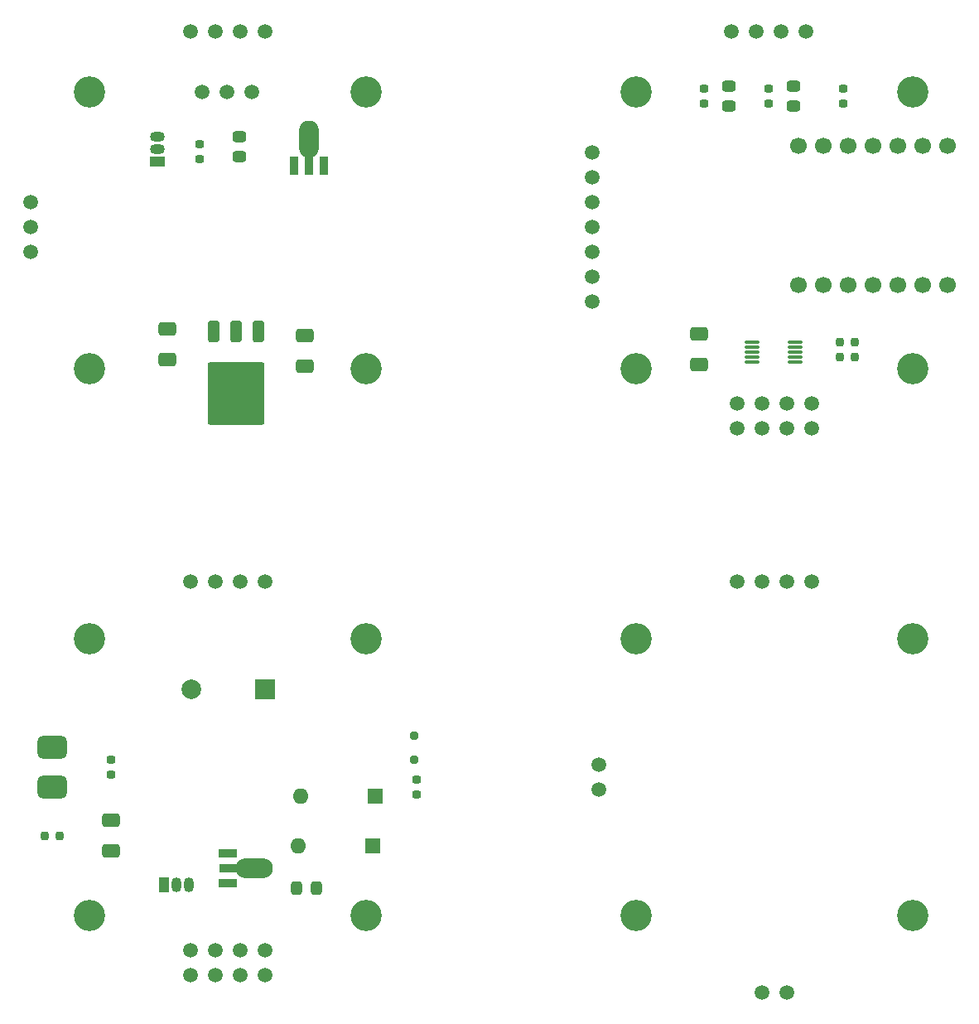
<source format=gts>
G04 #@! TF.GenerationSoftware,KiCad,Pcbnew,7.0.8*
G04 #@! TF.CreationDate,2024-02-14T15:59:42+09:00*
G04 #@! TF.ProjectId,_______FMver2,2d098bb9-6bc5-46e4-964d-766572322e6b,rev?*
G04 #@! TF.SameCoordinates,Original*
G04 #@! TF.FileFunction,Soldermask,Top*
G04 #@! TF.FilePolarity,Negative*
%FSLAX46Y46*%
G04 Gerber Fmt 4.6, Leading zero omitted, Abs format (unit mm)*
G04 Created by KiCad (PCBNEW 7.0.8) date 2024-02-14 15:59:42*
%MOMM*%
%LPD*%
G01*
G04 APERTURE LIST*
G04 Aperture macros list*
%AMRoundRect*
0 Rectangle with rounded corners*
0 $1 Rounding radius*
0 $2 $3 $4 $5 $6 $7 $8 $9 X,Y pos of 4 corners*
0 Add a 4 corners polygon primitive as box body*
4,1,4,$2,$3,$4,$5,$6,$7,$8,$9,$2,$3,0*
0 Add four circle primitives for the rounded corners*
1,1,$1+$1,$2,$3*
1,1,$1+$1,$4,$5*
1,1,$1+$1,$6,$7*
1,1,$1+$1,$8,$9*
0 Add four rect primitives between the rounded corners*
20,1,$1+$1,$2,$3,$4,$5,0*
20,1,$1+$1,$4,$5,$6,$7,0*
20,1,$1+$1,$6,$7,$8,$9,0*
20,1,$1+$1,$8,$9,$2,$3,0*%
G04 Aperture macros list end*
%ADD10C,3.200000*%
%ADD11RoundRect,0.283134X-0.283133X-0.405371X0.283133X-0.405371X0.283133X0.405371X-0.283133X0.405371X0*%
%ADD12O,3.810000X2.032000*%
%ADD13R,2.298700X0.889000*%
%ADD14R,1.841500X0.901700*%
%ADD15R,1.841500X0.825500*%
%ADD16R,2.000000X2.000000*%
%ADD17C,2.000000*%
%ADD18C,1.500000*%
%ADD19RoundRect,0.250000X-0.650000X0.412500X-0.650000X-0.412500X0.650000X-0.412500X0.650000X0.412500X0*%
%ADD20RoundRect,0.201619X0.201618X0.230384X-0.201618X0.230384X-0.201618X-0.230384X0.201618X-0.230384X0*%
%ADD21RoundRect,0.250000X-0.350000X0.850000X-0.350000X-0.850000X0.350000X-0.850000X0.350000X0.850000X0*%
%ADD22RoundRect,0.249997X-2.650003X2.950003X-2.650003X-2.950003X2.650003X-2.950003X2.650003X2.950003X0*%
%ADD23RoundRect,0.283134X0.405371X-0.283133X0.405371X0.283133X-0.405371X0.283133X-0.405371X-0.283133X0*%
%ADD24RoundRect,0.201619X-0.230384X0.201618X-0.230384X-0.201618X0.230384X-0.201618X0.230384X0.201618X0*%
%ADD25RoundRect,0.250000X0.650000X-0.412500X0.650000X0.412500X-0.650000X0.412500X-0.650000X-0.412500X0*%
%ADD26R,0.825500X1.841500*%
%ADD27R,0.901700X1.841500*%
%ADD28R,0.889000X2.298700*%
%ADD29O,2.032000X3.810000*%
%ADD30R,1.600000X1.600000*%
%ADD31O,1.600000X1.600000*%
%ADD32RoundRect,0.201619X0.230384X-0.201618X0.230384X0.201618X-0.230384X0.201618X-0.230384X-0.201618X0*%
%ADD33O,1.500000X1.050000*%
%ADD34R,1.500000X1.050000*%
%ADD35RoundRect,0.075000X0.650000X0.075000X-0.650000X0.075000X-0.650000X-0.075000X0.650000X-0.075000X0*%
%ADD36R,1.050000X1.500000*%
%ADD37O,1.050000X1.500000*%
%ADD38RoundRect,0.200000X-0.200000X0.200000X-0.200000X-0.200000X0.200000X-0.200000X0.200000X0.200000X0*%
%ADD39RoundRect,0.201619X-0.201618X-0.230384X0.201618X-0.230384X0.201618X0.230384X-0.201618X0.230384X0*%
%ADD40C,1.700000*%
%ADD41RoundRect,0.589998X0.935005X-0.589997X0.935005X0.589997X-0.935005X0.589997X-0.935005X-0.589997X0*%
G04 APERTURE END LIST*
D10*
X64942136Y-120822136D03*
X92537864Y-36657864D03*
D11*
X57810000Y-118054000D03*
X59842000Y-118054000D03*
D12*
X53492000Y-116022000D03*
D13*
X51009150Y-116022000D03*
D14*
X50786900Y-117546000D03*
D15*
X50786900Y-114498000D03*
D16*
X54600000Y-97680000D03*
D17*
X47000000Y-97680000D03*
D10*
X36657864Y-36657864D03*
D18*
X53200554Y-36691429D03*
X50660554Y-36691429D03*
X48120554Y-36691429D03*
D19*
X38800000Y-111117500D03*
X38800000Y-114242500D03*
D18*
X102870000Y-71070000D03*
X105410000Y-71070000D03*
X107950000Y-71070000D03*
X110490000Y-71070000D03*
X110490000Y-68530000D03*
X107950000Y-68530000D03*
X105410000Y-68530000D03*
X102870000Y-68530000D03*
D20*
X114884000Y-62216000D03*
X113360000Y-62216000D03*
D18*
X102870000Y-86680000D03*
X105410000Y-86680000D03*
X107950000Y-86680000D03*
X110490000Y-86680000D03*
D10*
X64942136Y-36657864D03*
X64942136Y-64942136D03*
D21*
X49332554Y-61163429D03*
D22*
X51612554Y-67463429D03*
D21*
X51612554Y-61163429D03*
X53892554Y-61163429D03*
D18*
X46990000Y-86680000D03*
X49530000Y-86680000D03*
X52070000Y-86680000D03*
X54610000Y-86680000D03*
X88680000Y-105410000D03*
X88680000Y-107950000D03*
D23*
X102000000Y-36068000D03*
X102000000Y-38100000D03*
D10*
X120822136Y-120822136D03*
X36657864Y-64942136D03*
D24*
X38800000Y-106442000D03*
X38800000Y-104918000D03*
D25*
X58612554Y-61600929D03*
X58612554Y-64725929D03*
D26*
X57518554Y-44222529D03*
D27*
X60566554Y-44222529D03*
D28*
X59042554Y-44000279D03*
D29*
X59042554Y-41517429D03*
D10*
X120822136Y-36657864D03*
D18*
X30612554Y-50443429D03*
X30612554Y-47903429D03*
X30612554Y-52983429D03*
D19*
X98952000Y-64554500D03*
X98952000Y-61429500D03*
D30*
X65610000Y-113680000D03*
D31*
X57990000Y-113680000D03*
D10*
X92537864Y-120822136D03*
D32*
X99460000Y-37846000D03*
X99460000Y-36322000D03*
X47866554Y-43549429D03*
X47866554Y-42025429D03*
D23*
X51930554Y-41263429D03*
X51930554Y-43295429D03*
D18*
X54610000Y-30463429D03*
X52070000Y-30463429D03*
X49530000Y-30463429D03*
X46990000Y-30463429D03*
D10*
X92537864Y-92537864D03*
D18*
X105410000Y-128680000D03*
X107950000Y-128680000D03*
D30*
X65800000Y-108680000D03*
D31*
X58180000Y-108680000D03*
D33*
X43548554Y-41263429D03*
X43548554Y-42533429D03*
D34*
X43548554Y-43803429D03*
D25*
X44612554Y-60900929D03*
X44612554Y-64025929D03*
D18*
X109826000Y-30498000D03*
X107286000Y-30498000D03*
X104746000Y-30498000D03*
X102206000Y-30498000D03*
D35*
X104372000Y-64246000D03*
X104372000Y-63746000D03*
X104372000Y-63246000D03*
X104372000Y-62746000D03*
X104372000Y-62246000D03*
X108772000Y-62246000D03*
X108772000Y-62746000D03*
X108772000Y-63246000D03*
X108772000Y-63746000D03*
X108772000Y-64246000D03*
D10*
X120822136Y-64942136D03*
X64942136Y-92537864D03*
D18*
X46990000Y-124410000D03*
X49530000Y-124410000D03*
X52070000Y-124410000D03*
X54610000Y-124410000D03*
X54610000Y-126950000D03*
X52070000Y-126950000D03*
X49530000Y-126950000D03*
X46990000Y-126950000D03*
D36*
X44260000Y-117680000D03*
D37*
X45530000Y-117680000D03*
X46800000Y-117680000D03*
D38*
X69800000Y-102455000D03*
X69800000Y-104905000D03*
D39*
X33562000Y-112680000D03*
X32038000Y-112680000D03*
D20*
X114884000Y-63754000D03*
X113360000Y-63754000D03*
D10*
X36657864Y-92537864D03*
D40*
X109112000Y-56388000D03*
X111652000Y-56388000D03*
X114192000Y-56388000D03*
X116732000Y-56388000D03*
X119272000Y-56388000D03*
X121812000Y-56388000D03*
X124352000Y-56388000D03*
X124352000Y-42164000D03*
X121812000Y-42164000D03*
X119272000Y-42164000D03*
X116732000Y-42164000D03*
X114192000Y-42164000D03*
X111652000Y-42164000D03*
X109112000Y-42164000D03*
D32*
X106064000Y-37846000D03*
X106064000Y-36322000D03*
D10*
X92537864Y-64942136D03*
D23*
X108604000Y-36068000D03*
X108604000Y-38100000D03*
D10*
X120822136Y-92537864D03*
X36657864Y-120822136D03*
D18*
X88016000Y-58118000D03*
X88016000Y-55578000D03*
X88016000Y-53038000D03*
X88016000Y-50498000D03*
X88016000Y-47958000D03*
X88016000Y-45418000D03*
X88016000Y-42878000D03*
D24*
X70038000Y-108442000D03*
X70038000Y-106918000D03*
D41*
X32800000Y-107712000D03*
X32800000Y-103648000D03*
D24*
X113684000Y-36322000D03*
X113684000Y-37846000D03*
M02*

</source>
